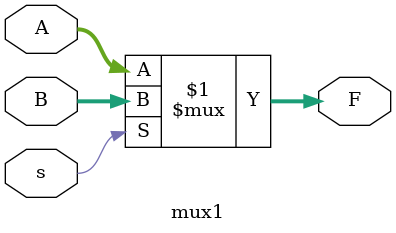
<source format=v>
module mux1(
    input [2:0] A, B,
	input s,
	output [2:0] F  
);
assign F = s ? B : A;

endmodule 
</source>
